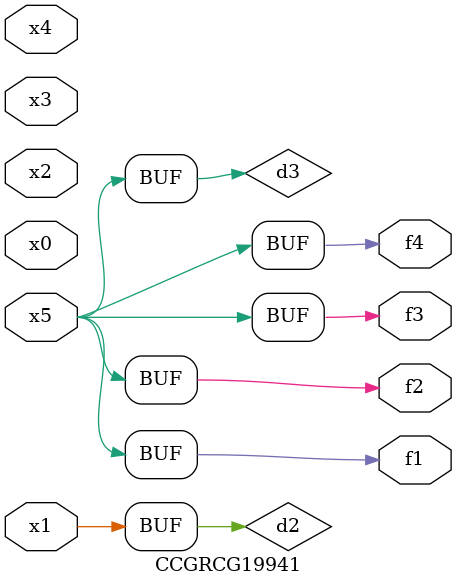
<source format=v>
module CCGRCG19941(
	input x0, x1, x2, x3, x4, x5,
	output f1, f2, f3, f4
);

	wire d1, d2, d3;

	not (d1, x5);
	or (d2, x1);
	xnor (d3, d1);
	assign f1 = d3;
	assign f2 = d3;
	assign f3 = d3;
	assign f4 = d3;
endmodule

</source>
